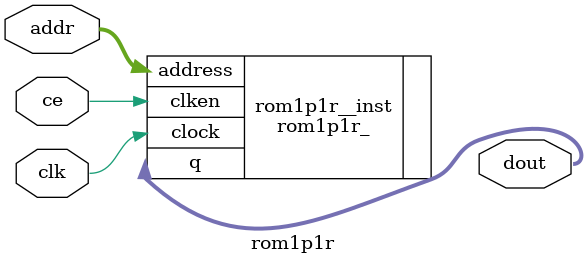
<source format=sv>


module rom1p1r #(parameter ADDR_WIDTH = 8, DATA_WIDTH = 32, PRELOAD_ENABLED = 0)
  (input  logic                  clk,
   input  logic                  ce,
   input  logic [ADDR_WIDTH-1:0] addr,
   output logic [DATA_WIDTH-1:0] dout
);

rom1p1r_	#(.DEPTH(2**ADDR_WIDTH), .WIDTH(DATA_WIDTH))	rom1p1r__inst (
	.address ( addr ),
	.clken ( ce ),
	.clock ( clk ),
	.q ( dout )
	);
   

endmodule 

</source>
